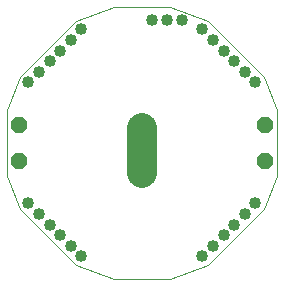
<source format=gbs>
G75*
%MOIN*%
%OFA0B0*%
%FSLAX25Y25*%
%IPPOS*%
%LPD*%
%AMOC8*
5,1,8,0,0,1.08239X$1,22.5*
%
%ADD10C,0.00100*%
%ADD11C,0.04000*%
%ADD12C,0.10000*%
%ADD13OC8,0.05300*%
D10*
X0012350Y0030950D02*
X0008050Y0041950D01*
X0008050Y0064150D01*
X0012350Y0075150D01*
X0030950Y0093750D01*
X0043650Y0098450D01*
X0062450Y0098450D01*
X0075150Y0093750D01*
X0093750Y0075150D01*
X0098050Y0064150D01*
X0098050Y0041950D01*
X0093750Y0030950D01*
X0075150Y0012350D01*
X0062450Y0007650D01*
X0043650Y0007650D01*
X0030950Y0012350D01*
X0012350Y0030950D01*
D11*
X0022282Y0025818D03*
X0025818Y0022282D03*
X0029353Y0018747D03*
X0032889Y0015211D03*
X0018747Y0029353D03*
X0015211Y0032889D03*
X0015211Y0073211D03*
X0018747Y0076747D03*
X0022282Y0080282D03*
X0025818Y0083818D03*
X0029353Y0087353D03*
X0032889Y0090889D03*
X0056550Y0094050D03*
X0061550Y0094050D03*
X0066550Y0094050D03*
X0073211Y0090889D03*
X0076747Y0087353D03*
X0080282Y0083818D03*
X0083818Y0080282D03*
X0087353Y0076747D03*
X0090889Y0073211D03*
X0090889Y0032889D03*
X0087353Y0029353D03*
X0083818Y0025818D03*
X0080282Y0022282D03*
X0076747Y0018747D03*
X0073211Y0015211D03*
D12*
X0053050Y0043050D02*
X0053050Y0058050D01*
D13*
X0094050Y0059050D03*
X0094050Y0047050D03*
X0012050Y0047050D03*
X0012050Y0059050D03*
M02*

</source>
